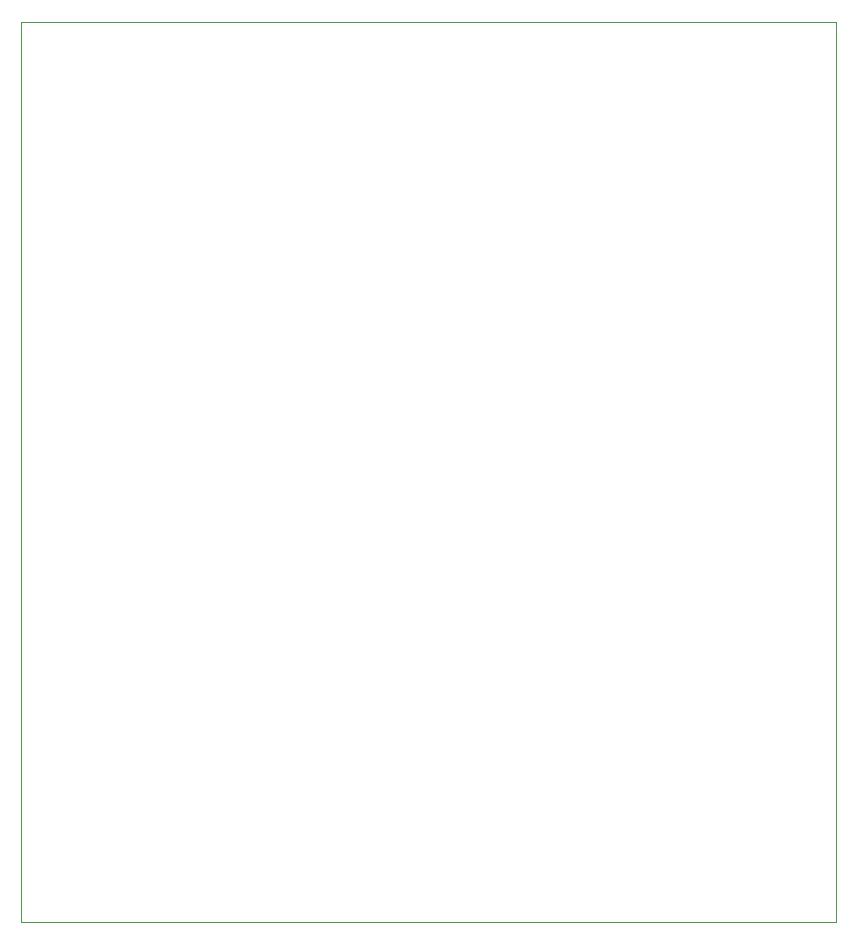
<source format=gbr>
%TF.GenerationSoftware,KiCad,Pcbnew,9.0.7*%
%TF.CreationDate,2026-01-11T18:10:28+01:00*%
%TF.ProjectId,MacroPad,4d616372-6f50-4616-942e-6b696361645f,rev?*%
%TF.SameCoordinates,Original*%
%TF.FileFunction,Profile,NP*%
%FSLAX46Y46*%
G04 Gerber Fmt 4.6, Leading zero omitted, Abs format (unit mm)*
G04 Created by KiCad (PCBNEW 9.0.7) date 2026-01-11 18:10:28*
%MOMM*%
%LPD*%
G01*
G04 APERTURE LIST*
%TA.AperFunction,Profile*%
%ADD10C,0.050000*%
%TD*%
G04 APERTURE END LIST*
D10*
X192881250Y-64293750D02*
X261937500Y-64293750D01*
X261937500Y-140493750D01*
X192881250Y-140493750D01*
X192881250Y-64293750D01*
M02*

</source>
